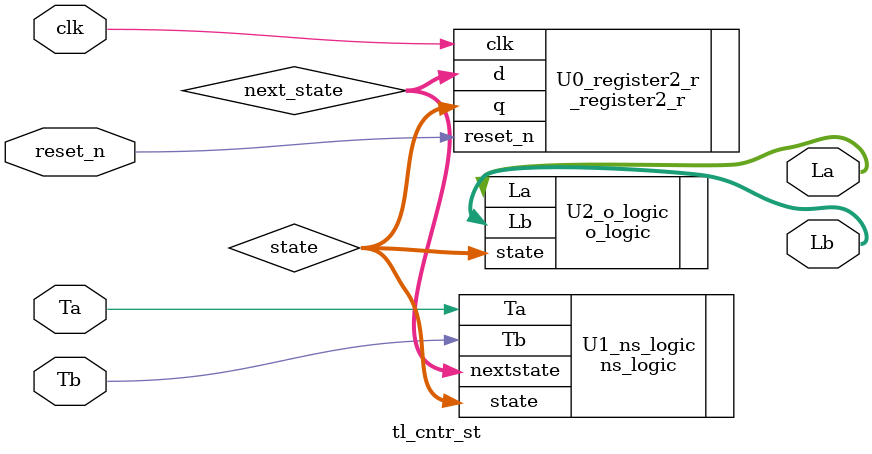
<source format=v>
module tl_cntr_st(clk, reset_n, Ta, Tb, La, Lb);
	input clk, reset_n, Ta, Tb;		// 4 inputs
	output [1:0] La, Lb;					// 2 bits 2 input

	wire		[1:0]	next_state;			// 2bits wire
	wire		[1:0]	state;				// 2bits wire

	_register2_r U0_register2_r(.clk(clk), .reset_n(reset_n), .d(next_state), .q(state)); // instance by using register2_r, ns_logic and o_logic
	ns_logic U1_ns_logic(.Ta(Ta), .Tb(Tb), .state(state), .nextstate(next_state));
	o_logic U2_o_logic(.state(state), .La(La), .Lb(Lb));

endmodule

</source>
